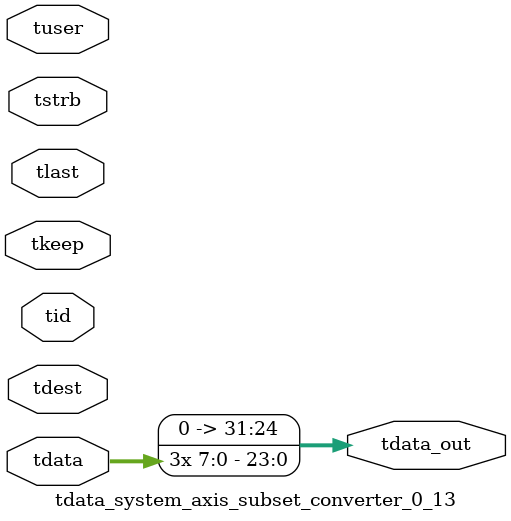
<source format=v>


`timescale 1ps/1ps

module tdata_system_axis_subset_converter_0_13 #
(
parameter C_S_AXIS_TDATA_WIDTH = 32,
parameter C_S_AXIS_TUSER_WIDTH = 0,
parameter C_S_AXIS_TID_WIDTH   = 0,
parameter C_S_AXIS_TDEST_WIDTH = 0,
parameter C_M_AXIS_TDATA_WIDTH = 32
)
(
input  [(C_S_AXIS_TDATA_WIDTH == 0 ? 1 : C_S_AXIS_TDATA_WIDTH)-1:0     ] tdata,
input  [(C_S_AXIS_TUSER_WIDTH == 0 ? 1 : C_S_AXIS_TUSER_WIDTH)-1:0     ] tuser,
input  [(C_S_AXIS_TID_WIDTH   == 0 ? 1 : C_S_AXIS_TID_WIDTH)-1:0       ] tid,
input  [(C_S_AXIS_TDEST_WIDTH == 0 ? 1 : C_S_AXIS_TDEST_WIDTH)-1:0     ] tdest,
input  [(C_S_AXIS_TDATA_WIDTH/8)-1:0 ] tkeep,
input  [(C_S_AXIS_TDATA_WIDTH/8)-1:0 ] tstrb,
input                                                                    tlast,
output [C_M_AXIS_TDATA_WIDTH-1:0] tdata_out
);

assign tdata_out = {tdata[7:0],tdata[7:0],tdata[7:0]};

endmodule


</source>
